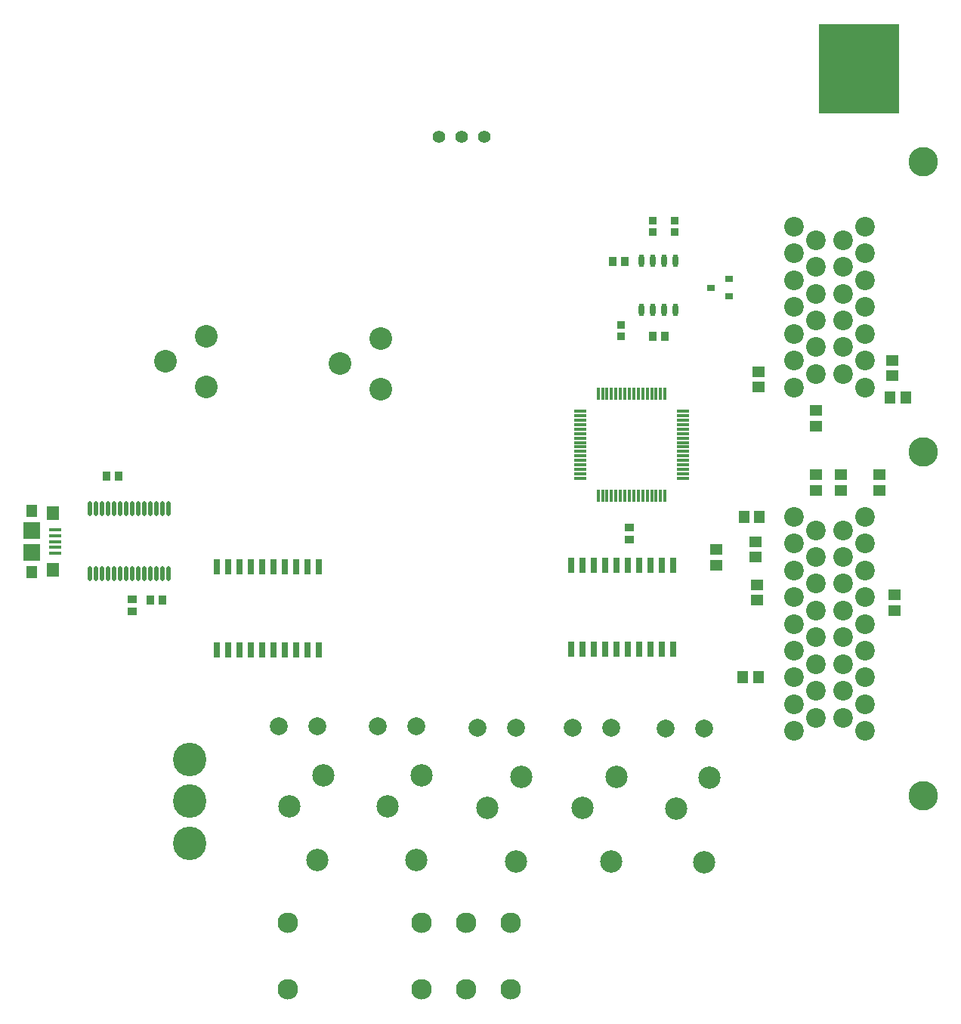
<source format=gbr>
%TF.GenerationSoftware,Altium Limited,Altium Designer,18.1.9 (240)*%
G04 Layer_Color=255*
%FSLAX26Y26*%
%MOIN*%
%TF.FileFunction,Pads,Bot*%
%TF.Part,Single*%
G01*
G75*
%TA.AperFunction,SMDPad,CuDef*%
%ADD12R,0.053150X0.045276*%
%ADD13R,0.045276X0.053150*%
%ADD17R,0.025591X0.068898*%
%ADD18R,0.035433X0.039370*%
%ADD21R,0.039370X0.035433*%
%ADD23R,0.035433X0.031496*%
%ADD24R,0.037402X0.033465*%
%ADD25O,0.023622X0.057087*%
%ADD47R,0.354331X0.393701*%
%TA.AperFunction,ComponentPad*%
%ADD48C,0.147638*%
%ADD49C,0.090551*%
%ADD50C,0.098425*%
%ADD51C,0.078740*%
%ADD52C,0.129921*%
%ADD53C,0.086614*%
%ADD54C,0.100000*%
%ADD55C,0.055118*%
%TA.AperFunction,SMDPad,CuDef*%
%ADD59O,0.019685X0.064961*%
%ADD60R,0.074803X0.074803*%
%TA.AperFunction,ConnectorPad*%
%ADD61R,0.051181X0.057087*%
%ADD62R,0.055118X0.062992*%
%ADD63R,0.053150X0.015748*%
%TA.AperFunction,SMDPad,CuDef*%
%ADD64R,0.011811X0.053150*%
%ADD65R,0.053150X0.011811*%
D12*
X11025000Y3841102D02*
D03*
Y3910000D02*
D03*
X10845000Y3996102D02*
D03*
Y4065000D02*
D03*
X11620000Y4830551D02*
D03*
Y4899449D02*
D03*
X11285000Y4394449D02*
D03*
Y4325551D02*
D03*
Y4677402D02*
D03*
Y4608504D02*
D03*
X11030000Y4780551D02*
D03*
Y4849449D02*
D03*
X11565000Y4325551D02*
D03*
Y4394449D02*
D03*
X11015551Y4099449D02*
D03*
Y4030551D02*
D03*
X11395000Y4325551D02*
D03*
Y4394449D02*
D03*
X11630000Y3864449D02*
D03*
Y3795551D02*
D03*
D13*
X11679449Y4735000D02*
D03*
X11610551D02*
D03*
X10965551Y4210000D02*
D03*
X11034449D02*
D03*
X10960551Y3500394D02*
D03*
X11029449D02*
D03*
D17*
X8640000Y3989055D02*
D03*
X8690000D02*
D03*
X8740000D02*
D03*
X8790000D02*
D03*
X8840000D02*
D03*
X8890000D02*
D03*
X8940000D02*
D03*
X8990000D02*
D03*
X9040000D02*
D03*
X9090000D02*
D03*
X8640000Y3620945D02*
D03*
X8690000D02*
D03*
X8740000D02*
D03*
X8790000D02*
D03*
X8840000D02*
D03*
X8890000D02*
D03*
X8940000D02*
D03*
X8990000D02*
D03*
X9040000D02*
D03*
X9090000D02*
D03*
X10205000Y3994055D02*
D03*
X10255000D02*
D03*
X10305000D02*
D03*
X10355000D02*
D03*
X10405000D02*
D03*
X10455000D02*
D03*
X10505000D02*
D03*
X10555000D02*
D03*
X10605000D02*
D03*
X10655000D02*
D03*
X10205000Y3625945D02*
D03*
X10255000D02*
D03*
X10305000D02*
D03*
X10355000D02*
D03*
X10405000D02*
D03*
X10455000D02*
D03*
X10505000D02*
D03*
X10555000D02*
D03*
X10605000D02*
D03*
X10655000D02*
D03*
D18*
X8153425Y4390000D02*
D03*
X8206575D02*
D03*
X8345591Y3841181D02*
D03*
X8398740D02*
D03*
X10441575Y5335000D02*
D03*
X10388425D02*
D03*
X10563425Y5005000D02*
D03*
X10616575D02*
D03*
D21*
X8267165Y3846575D02*
D03*
Y3793425D02*
D03*
X10460000Y4161575D02*
D03*
Y4108425D02*
D03*
D23*
X10820000Y5220000D02*
D03*
X10898740Y5182599D02*
D03*
Y5257402D02*
D03*
D24*
X10660000Y5515591D02*
D03*
Y5464409D02*
D03*
X10565000Y5464409D02*
D03*
Y5515591D02*
D03*
X10425000Y5004409D02*
D03*
Y5055591D02*
D03*
D25*
X10515000Y5337283D02*
D03*
X10565000D02*
D03*
X10615000D02*
D03*
X10665000D02*
D03*
X10515000Y5122717D02*
D03*
X10565000D02*
D03*
X10615000D02*
D03*
X10665000D02*
D03*
D47*
X11475000Y6183622D02*
D03*
D48*
X8520000Y2769961D02*
D03*
Y2955000D02*
D03*
Y3140039D02*
D03*
D49*
X8952598Y2420000D02*
D03*
Y2124724D02*
D03*
X9740000D02*
D03*
X9543150D02*
D03*
X9740000Y2420000D02*
D03*
X9543150D02*
D03*
X9936850Y2124724D02*
D03*
Y2420000D02*
D03*
D50*
X9959016Y2688780D02*
D03*
X9984606Y3062795D02*
D03*
X9835000Y2925000D02*
D03*
X9084016Y2695079D02*
D03*
X9109606Y3069094D02*
D03*
X8960000Y2931299D02*
D03*
X10379016Y2688780D02*
D03*
X10404606Y3062795D02*
D03*
X10255000Y2925000D02*
D03*
X9519016Y2695079D02*
D03*
X9544606Y3069094D02*
D03*
X9395000Y2931299D02*
D03*
X10789449Y2685000D02*
D03*
X10815039Y3059016D02*
D03*
X10665433Y2921220D02*
D03*
D51*
X9789724Y3279331D02*
D03*
X9959016D02*
D03*
X8914724Y3285630D02*
D03*
X9084016D02*
D03*
X10209724Y3279331D02*
D03*
X10379016D02*
D03*
X9349724Y3285630D02*
D03*
X9519016D02*
D03*
X10620157Y3275551D02*
D03*
X10789449D02*
D03*
D52*
X11757441Y2978740D02*
D03*
Y4494488D02*
D03*
Y5774016D02*
D03*
D53*
X11186575Y5488583D02*
D03*
Y5370472D02*
D03*
Y5252362D02*
D03*
Y5134252D02*
D03*
Y5016142D02*
D03*
Y4898032D02*
D03*
Y4779921D02*
D03*
X11285000Y5429528D02*
D03*
Y5311417D02*
D03*
Y5193307D02*
D03*
Y5075197D02*
D03*
Y4957087D02*
D03*
Y4838976D02*
D03*
X11403110Y5429528D02*
D03*
Y5311417D02*
D03*
Y5193307D02*
D03*
Y5075197D02*
D03*
Y4957087D02*
D03*
Y4838976D02*
D03*
X11501535Y5488583D02*
D03*
Y5370472D02*
D03*
Y5252362D02*
D03*
Y5134252D02*
D03*
Y5016142D02*
D03*
Y4898032D02*
D03*
Y4779921D02*
D03*
Y3264173D02*
D03*
Y3382284D02*
D03*
Y3500394D02*
D03*
Y3618504D02*
D03*
Y3736614D02*
D03*
Y3854724D02*
D03*
Y3972835D02*
D03*
Y4090945D02*
D03*
Y4209055D02*
D03*
X11403110Y3323228D02*
D03*
Y3441339D02*
D03*
Y3559449D02*
D03*
Y3677559D02*
D03*
Y3795669D02*
D03*
Y3913780D02*
D03*
Y4031890D02*
D03*
Y4150000D02*
D03*
X11285000Y3323228D02*
D03*
Y3441339D02*
D03*
Y3559449D02*
D03*
Y3677559D02*
D03*
Y3795669D02*
D03*
Y3913780D02*
D03*
Y4031890D02*
D03*
Y4150000D02*
D03*
X11186575Y3264173D02*
D03*
Y3382284D02*
D03*
Y3500394D02*
D03*
Y3618504D02*
D03*
Y3736614D02*
D03*
Y3854724D02*
D03*
Y3972835D02*
D03*
Y4090945D02*
D03*
Y4209055D02*
D03*
D54*
X8593938Y5006380D02*
D03*
Y4782754D02*
D03*
X8415000Y4894567D02*
D03*
X9363938Y4995947D02*
D03*
Y4772321D02*
D03*
X9185000Y4884134D02*
D03*
D55*
X9820000Y5885000D02*
D03*
X9720000D02*
D03*
X9620000D02*
D03*
D59*
X8080551Y4244921D02*
D03*
X8107165D02*
D03*
X8133779D02*
D03*
X8160394D02*
D03*
X8187008D02*
D03*
X8213622D02*
D03*
X8240236D02*
D03*
X8266850D02*
D03*
X8293465D02*
D03*
X8320079D02*
D03*
X8346693D02*
D03*
X8373307D02*
D03*
X8399921D02*
D03*
X8426535D02*
D03*
X8080551Y3959488D02*
D03*
X8107165D02*
D03*
X8133779D02*
D03*
X8160394D02*
D03*
X8187008D02*
D03*
X8213622D02*
D03*
X8240236D02*
D03*
X8266850D02*
D03*
X8293465D02*
D03*
X8320079D02*
D03*
X8346693D02*
D03*
X8373307D02*
D03*
X8399921D02*
D03*
X8426535D02*
D03*
D60*
X7821850Y4147244D02*
D03*
Y4052756D02*
D03*
D61*
Y4234842D02*
D03*
Y3965157D02*
D03*
D62*
X7918307Y4225984D02*
D03*
Y3974016D02*
D03*
D63*
X7927165Y4151181D02*
D03*
Y4125591D02*
D03*
Y4100000D02*
D03*
Y4074410D02*
D03*
Y4048819D02*
D03*
D64*
X10322362Y4753309D02*
D03*
X10342047D02*
D03*
X10361732D02*
D03*
X10381417D02*
D03*
X10401102D02*
D03*
X10420787D02*
D03*
X10440472D02*
D03*
X10460157D02*
D03*
X10479843D02*
D03*
X10499528D02*
D03*
X10519213D02*
D03*
X10538898D02*
D03*
X10558583D02*
D03*
X10578268D02*
D03*
X10597953D02*
D03*
X10617638D02*
D03*
Y4300553D02*
D03*
X10597953D02*
D03*
X10578268D02*
D03*
X10558583D02*
D03*
X10538898D02*
D03*
X10519213D02*
D03*
X10499528D02*
D03*
X10479843D02*
D03*
X10460157D02*
D03*
X10440472D02*
D03*
X10420787D02*
D03*
X10401102D02*
D03*
X10381417D02*
D03*
X10361732D02*
D03*
X10342047D02*
D03*
X10322362D02*
D03*
D65*
X10696378Y4674569D02*
D03*
Y4654884D02*
D03*
Y4635199D02*
D03*
Y4615514D02*
D03*
Y4595829D02*
D03*
Y4576144D02*
D03*
Y4556459D02*
D03*
Y4536774D02*
D03*
Y4517089D02*
D03*
Y4497404D02*
D03*
Y4477718D02*
D03*
Y4458033D02*
D03*
Y4438349D02*
D03*
Y4418663D02*
D03*
Y4398978D02*
D03*
Y4379293D02*
D03*
X10243622D02*
D03*
Y4398978D02*
D03*
Y4418663D02*
D03*
Y4438349D02*
D03*
Y4458033D02*
D03*
Y4477718D02*
D03*
Y4497404D02*
D03*
Y4517089D02*
D03*
Y4536774D02*
D03*
Y4556459D02*
D03*
Y4576144D02*
D03*
Y4595829D02*
D03*
Y4615514D02*
D03*
Y4635199D02*
D03*
Y4654884D02*
D03*
Y4674569D02*
D03*
%TF.MD5,fbaf7dcd08795f14b5eba2b986919822*%
M02*

</source>
